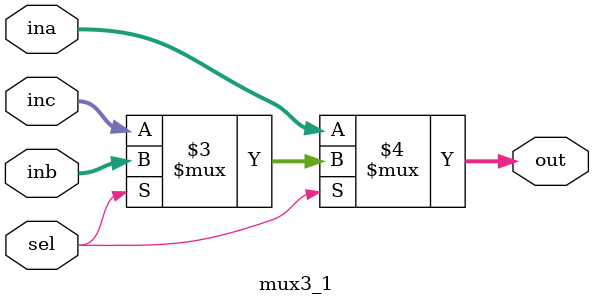
<source format=v>
`timescale 1ns / 1ps

module mux3_1(
input [31:0] ina, inb, inc,
input sel,
output [31:0] out
    );

	assign out = (sel == 0 ? ina : (sel == 1 ? inb : inc));
endmodule

</source>
